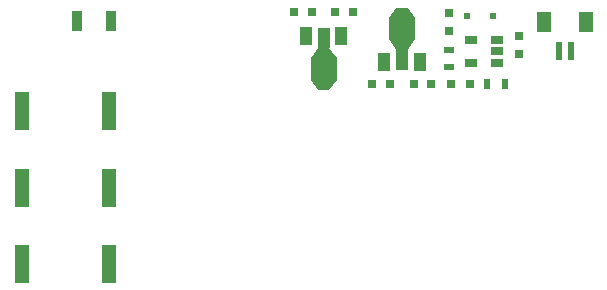
<source format=gtp>
G04 #@! TF.GenerationSoftware,KiCad,Pcbnew,(5.1.5)-3*
G04 #@! TF.CreationDate,2020-03-19T21:31:38+11:00*
G04 #@! TF.ProjectId,din_power_atm90e26,64696e5f-706f-4776-9572-5f61746d3930,rev?*
G04 #@! TF.SameCoordinates,Original*
G04 #@! TF.FileFunction,Paste,Top*
G04 #@! TF.FilePolarity,Positive*
%FSLAX46Y46*%
G04 Gerber Fmt 4.6, Leading zero omitted, Abs format (unit mm)*
G04 Created by KiCad (PCBNEW (5.1.5)-3) date 2020-03-19 21:31:38*
%MOMM*%
%LPD*%
G04 APERTURE LIST*
%ADD10R,1.200000X1.800000*%
%ADD11R,0.600000X1.550000*%
%ADD12R,1.060000X0.650000*%
%ADD13C,0.100000*%
%ADD14R,1.000000X1.500000*%
%ADD15R,1.000000X1.800000*%
%ADD16R,2.200000X1.840000*%
%ADD17R,0.900000X1.700000*%
%ADD18R,0.900000X0.500000*%
%ADD19R,0.500000X0.900000*%
%ADD20R,0.750000X0.800000*%
%ADD21R,0.800000X0.750000*%
%ADD22R,0.500000X0.500000*%
%ADD23R,0.800000X0.800000*%
%ADD24R,1.270000X3.302000*%
G04 APERTURE END LIST*
D10*
G04 #@! TO.C,J2*
X163625000Y-47412500D03*
X160025000Y-47412500D03*
D11*
X162325000Y-49937500D03*
X161325000Y-49937500D03*
G04 #@! TD*
D12*
G04 #@! TO.C,U1*
X153925000Y-50875000D03*
X153925000Y-48975000D03*
X156125000Y-48975000D03*
X156125000Y-49925000D03*
X156125000Y-50875000D03*
G04 #@! TD*
D13*
G04 #@! TO.C,U2*
G36*
X146925000Y-47083000D02*
G01*
X147525000Y-46233000D01*
X148525000Y-46233000D01*
X149125000Y-47083000D01*
X146925000Y-47083000D01*
G37*
D14*
X146525000Y-50805000D03*
D15*
X148025000Y-50658500D03*
D14*
X149525000Y-50805000D03*
D16*
X148025000Y-47991500D03*
D13*
G36*
X149125000Y-48901200D02*
G01*
X148425000Y-49901200D01*
X147625000Y-49901200D01*
X146925000Y-48901200D01*
X149125000Y-48901200D01*
G37*
G04 #@! TD*
G04 #@! TO.C,U3*
G36*
X140300000Y-50523800D02*
G01*
X141000000Y-49523800D01*
X141800000Y-49523800D01*
X142500000Y-50523800D01*
X140300000Y-50523800D01*
G37*
D16*
X141400000Y-51433500D03*
D14*
X139900000Y-48620000D03*
D15*
X141400000Y-48766500D03*
D14*
X142900000Y-48620000D03*
D13*
G36*
X142500000Y-52342000D02*
G01*
X141900000Y-53192000D01*
X140900000Y-53192000D01*
X140300000Y-52342000D01*
X142500000Y-52342000D01*
G37*
G04 #@! TD*
D17*
G04 #@! TO.C,L1*
X120498000Y-47367400D03*
X123398000Y-47367400D03*
G04 #@! TD*
D18*
G04 #@! TO.C,R32*
X152025000Y-49775000D03*
X152025000Y-51275000D03*
G04 #@! TD*
D19*
G04 #@! TO.C,R33*
X156750000Y-52675000D03*
X155250000Y-52675000D03*
G04 #@! TD*
D20*
G04 #@! TO.C,C4*
X152025000Y-48175000D03*
X152025000Y-46675000D03*
G04 #@! TD*
D21*
G04 #@! TO.C,C5*
X140400000Y-46600000D03*
X138900000Y-46600000D03*
G04 #@! TD*
G04 #@! TO.C,C6*
X149025000Y-52675000D03*
X150525000Y-52675000D03*
G04 #@! TD*
G04 #@! TO.C,C7*
X145525000Y-52675000D03*
X147025000Y-52675000D03*
G04 #@! TD*
G04 #@! TO.C,C8*
X143900000Y-46600000D03*
X142400000Y-46600000D03*
G04 #@! TD*
D20*
G04 #@! TO.C,C9*
X157975000Y-48625000D03*
X157975000Y-50125000D03*
G04 #@! TD*
D22*
G04 #@! TO.C,D1*
X155725000Y-46925000D03*
X153525000Y-46925000D03*
G04 #@! TD*
D23*
G04 #@! TO.C,D2*
X153800000Y-52675000D03*
X152200000Y-52675000D03*
G04 #@! TD*
D24*
G04 #@! TO.C,RV1*
X115867000Y-55021000D03*
X123233000Y-55021000D03*
G04 #@! TD*
G04 #@! TO.C,RV2*
X123233000Y-61498000D03*
X115867000Y-61498000D03*
G04 #@! TD*
G04 #@! TO.C,RV3*
X115867000Y-67900000D03*
X123233000Y-67900000D03*
G04 #@! TD*
M02*

</source>
